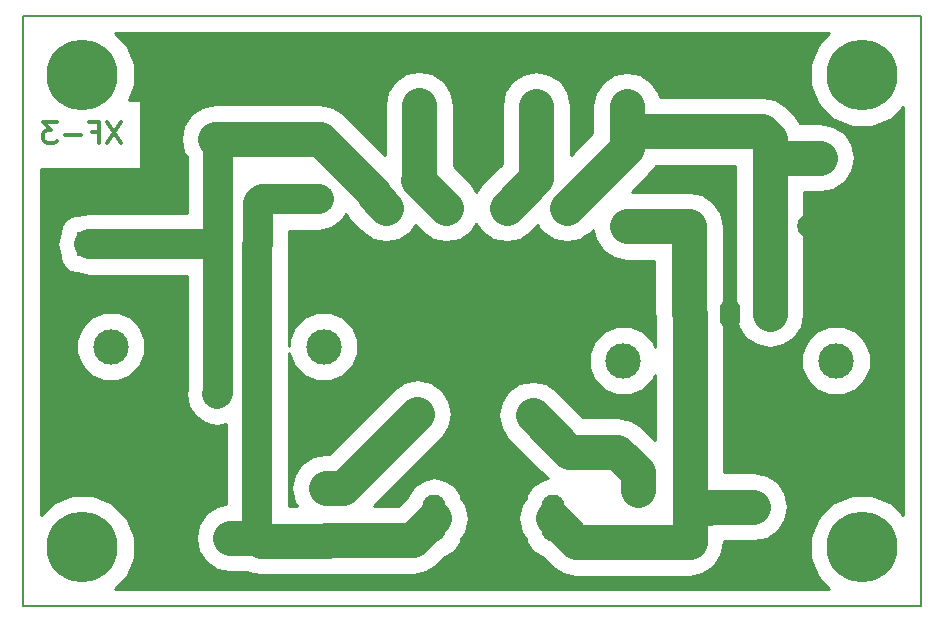
<source format=gbr>
G04 #@! TF.FileFunction,Copper,L2,Bot,Signal*
%FSLAX46Y46*%
G04 Gerber Fmt 4.6, Leading zero omitted, Abs format (unit mm)*
G04 Created by KiCad (PCBNEW 4.0.7+dfsg1-1~bpo9+1) date Tue Mar 20 02:19:58 2018*
%MOMM*%
%LPD*%
G01*
G04 APERTURE LIST*
%ADD10C,0.100000*%
%ADD11C,0.300000*%
%ADD12C,0.150000*%
%ADD13R,2.000000X2.000000*%
%ADD14C,2.000000*%
%ADD15O,1.744980X2.499360*%
%ADD16O,1.747520X2.499360*%
%ADD17C,3.000000*%
%ADD18R,2.000000X1.998980*%
%ADD19R,1.998980X2.000000*%
%ADD20O,1.981200X3.962400*%
%ADD21R,2.100000X2.100000*%
%ADD22C,2.100000*%
%ADD23C,6.000000*%
%ADD24C,3.000000*%
%ADD25C,2.500000*%
%ADD26C,0.250000*%
G04 APERTURE END LIST*
D10*
D11*
X8300857Y-8980286D02*
X7100857Y-10780286D01*
X7100857Y-8980286D02*
X8300857Y-10780286D01*
X5815143Y-9837429D02*
X6415143Y-9837429D01*
X6415143Y-10780286D02*
X6415143Y-8980286D01*
X5558000Y-8980286D01*
X4872286Y-10094571D02*
X3500857Y-10094571D01*
X2815143Y-8980286D02*
X1700857Y-8980286D01*
X2300857Y-9666000D01*
X2043715Y-9666000D01*
X1872286Y-9751714D01*
X1786572Y-9837429D01*
X1700857Y-10008857D01*
X1700857Y-10437429D01*
X1786572Y-10608857D01*
X1872286Y-10694571D01*
X2043715Y-10780286D01*
X2558000Y-10780286D01*
X2729429Y-10694571D01*
X2815143Y-10608857D01*
D12*
X76000000Y0D02*
X76000000Y-50000000D01*
X0Y-50000000D02*
X76000000Y-50000000D01*
X0Y0D02*
X0Y-50000000D01*
X0Y0D02*
X76000000Y0D01*
D13*
X12526000Y-44196000D03*
D14*
X17526000Y-44196000D03*
D15*
X19812000Y-32004000D03*
D16*
X16412000Y-32004000D03*
X13012000Y-32004000D03*
D17*
X25412000Y-28004000D03*
X7412000Y-28004000D03*
D14*
X9690000Y-19350000D03*
D18*
X19850000Y-19350000D03*
D13*
X16508000Y-5466000D03*
D14*
X16508000Y-10466000D03*
D13*
X59908000Y-9766000D03*
D14*
X59908000Y-4766000D03*
D15*
X56400000Y-25210000D03*
D16*
X59800000Y-25210000D03*
X63200000Y-25210000D03*
D17*
X50800000Y-29210000D03*
X68800000Y-29210000D03*
D14*
X66518000Y-17816000D03*
D18*
X56358000Y-17816000D03*
D14*
X51108000Y-17816000D03*
D19*
X51108000Y-7656000D03*
D14*
X25008000Y-15516000D03*
D19*
X25008000Y-5356000D03*
D20*
X43508000Y-8216000D03*
X38508000Y-8216000D03*
X33508000Y-8216000D03*
X34808000Y-42566000D03*
X39808000Y-42566000D03*
X44808000Y-42566000D03*
D21*
X46008000Y-16266000D03*
D22*
X40908000Y-16266000D03*
X30708000Y-16266000D03*
X35808000Y-16266000D03*
D13*
X67458000Y-12016000D03*
D14*
X72458000Y-12016000D03*
D13*
X5550000Y-19350000D03*
D14*
X5550000Y-14350000D03*
D13*
X52058000Y-40016000D03*
D14*
X52058000Y-44416000D03*
D13*
X26308000Y-44666000D03*
D14*
X26308000Y-40266000D03*
X33358000Y-23556000D03*
X33358000Y-33716000D03*
X43108000Y-23656000D03*
X43108000Y-33816000D03*
D13*
X61808000Y-41566000D03*
D14*
X61808000Y-46566000D03*
D23*
X71000000Y-5000000D03*
X71000000Y-45000000D03*
X5000000Y-45000000D03*
X5000000Y-5000000D03*
D24*
X44808000Y-42566000D02*
X46808000Y-44566000D01*
X46808000Y-44566000D02*
X52058000Y-44566000D01*
X56358000Y-17816000D02*
X51108000Y-17816000D01*
X56358000Y-17816000D02*
X56358000Y-25168000D01*
X56358000Y-25168000D02*
X56400000Y-25210000D01*
X56400000Y-44524000D02*
X56400000Y-41666000D01*
X56400000Y-41666000D02*
X56400000Y-25210000D01*
X61808000Y-41566000D02*
X58158000Y-41566000D01*
X58158000Y-41566000D02*
X58058000Y-41666000D01*
X58058000Y-41666000D02*
X56400000Y-41666000D01*
X52058000Y-44566000D02*
X56358000Y-44566000D01*
X56358000Y-44566000D02*
X56400000Y-44524000D01*
X56388000Y-25198000D02*
X56400000Y-25210000D01*
X63200000Y-25210000D02*
X63200000Y-12116000D01*
X63200000Y-12116000D02*
X63200000Y-10408000D01*
X63300000Y-12016000D02*
X63200000Y-12116000D01*
X67458000Y-12016000D02*
X63300000Y-12016000D01*
X63200000Y-10408000D02*
X62558000Y-9766000D01*
X62558000Y-9766000D02*
X59908000Y-9766000D01*
X59908000Y-9766000D02*
X51108000Y-9766000D01*
X51108000Y-11166000D02*
X51108000Y-9766000D01*
X51108000Y-9766000D02*
X51108000Y-7656000D01*
X46008000Y-16266000D02*
X51108000Y-11166000D01*
D25*
X16508000Y-10466000D02*
X16508000Y-19250000D01*
X16508000Y-19250000D02*
X16508000Y-31908000D01*
X9690000Y-19350000D02*
X16408000Y-19350000D01*
X16408000Y-19350000D02*
X16508000Y-19250000D01*
X5550000Y-19350000D02*
X9690000Y-19350000D01*
X16508000Y-31908000D02*
X16412000Y-32004000D01*
D24*
X29664001Y-14978504D02*
X25099497Y-10414000D01*
X30714000Y-16256000D02*
X29664001Y-15206001D01*
X29664001Y-15206001D02*
X29664001Y-14978504D01*
X25099497Y-10414000D02*
X17175238Y-10414000D01*
X17175238Y-10414000D02*
X16256000Y-10414000D01*
X16412000Y-10570000D02*
X16256000Y-10414000D01*
X17526000Y-44196000D02*
X19786000Y-44196000D01*
X19786000Y-44196000D02*
X19812000Y-44170000D01*
D25*
X20184510Y-15516000D02*
X25008000Y-15516000D01*
X19850000Y-19350000D02*
X19850000Y-15850510D01*
X19850000Y-15850510D02*
X20184510Y-15516000D01*
X19812000Y-32004000D02*
X19812000Y-19388000D01*
X19812000Y-19388000D02*
X19850000Y-19350000D01*
X19812000Y-32004000D02*
X19812000Y-35753680D01*
X19812000Y-35753680D02*
X19812000Y-44170000D01*
D24*
X34808000Y-42566000D02*
X32958000Y-44416000D01*
X32958000Y-44416000D02*
X25608000Y-44416000D01*
X20108000Y-44466000D02*
X25808000Y-44466000D01*
X19812000Y-44170000D02*
X20108000Y-44466000D01*
X40908000Y-16266000D02*
X43408000Y-13766000D01*
X43408000Y-13766000D02*
X43408000Y-7616000D01*
X33508000Y-13816000D02*
X33508000Y-7566000D01*
X33408000Y-13866000D02*
X35808000Y-16266000D01*
X50292000Y-36900000D02*
X46192000Y-36900000D01*
X46192000Y-36900000D02*
X43108000Y-33816000D01*
X52058000Y-38666000D02*
X50292000Y-36900000D01*
X52058000Y-40166000D02*
X52058000Y-38666000D01*
X25608000Y-40016000D02*
X27058000Y-40016000D01*
X27058000Y-40016000D02*
X33358000Y-33716000D01*
D26*
G36*
X67250855Y-2490166D02*
X66575770Y-4115952D01*
X66574233Y-5876325D01*
X67246480Y-7503287D01*
X68490166Y-8749145D01*
X70115952Y-9424230D01*
X71876325Y-9425767D01*
X73503287Y-8753520D01*
X74500000Y-7758545D01*
X74500000Y-42242750D01*
X73509834Y-41250855D01*
X71884048Y-40575770D01*
X70123675Y-40574233D01*
X68496713Y-41246480D01*
X67250855Y-42490166D01*
X66575770Y-44115952D01*
X66574233Y-45876325D01*
X67246480Y-47503287D01*
X68241455Y-48500000D01*
X7757250Y-48500000D01*
X8749145Y-47509834D01*
X9424230Y-45884048D01*
X9425767Y-44123675D01*
X8753520Y-42496713D01*
X7509834Y-41250855D01*
X5884048Y-40575770D01*
X4123675Y-40574233D01*
X2496713Y-41246480D01*
X1500000Y-42241455D01*
X1500000Y-28583266D01*
X4486494Y-28583266D01*
X4930860Y-29658715D01*
X5752957Y-30482248D01*
X6827629Y-30928491D01*
X7991266Y-30929506D01*
X9066715Y-30485140D01*
X9890248Y-29663043D01*
X10336491Y-28588371D01*
X10337506Y-27424734D01*
X9893140Y-26349285D01*
X9071043Y-25525752D01*
X7996371Y-25079509D01*
X6832734Y-25078494D01*
X5757285Y-25522860D01*
X4933752Y-26344957D01*
X4487509Y-27419629D01*
X4486494Y-28583266D01*
X1500000Y-28583266D01*
X1500000Y-19350000D01*
X2875000Y-19350000D01*
X3078622Y-20373678D01*
X3110521Y-20421419D01*
X3196447Y-20878073D01*
X3508538Y-21363077D01*
X3984734Y-21688448D01*
X4476382Y-21788009D01*
X4526322Y-21821378D01*
X5550000Y-22025000D01*
X13833000Y-22025000D01*
X13833000Y-31521372D01*
X13736999Y-32004000D01*
X13940622Y-33027678D01*
X14520489Y-33895511D01*
X15388322Y-34475378D01*
X15421322Y-34481942D01*
X15532303Y-34556097D01*
X16412000Y-34731080D01*
X17137000Y-34586868D01*
X17137000Y-41348377D01*
X16406651Y-41493652D01*
X15457713Y-42127713D01*
X14823652Y-43076651D01*
X14601000Y-44196000D01*
X14823652Y-45315349D01*
X15457713Y-46264287D01*
X16406651Y-46898348D01*
X17526000Y-47121000D01*
X18917790Y-47121000D01*
X18988651Y-47168348D01*
X20108000Y-47391000D01*
X25808000Y-47391000D01*
X26059367Y-47341000D01*
X32958000Y-47341000D01*
X34077349Y-47118348D01*
X35026287Y-46484287D01*
X35636428Y-45874146D01*
X35732410Y-45855054D01*
X36516087Y-45331418D01*
X37039723Y-44547741D01*
X37084488Y-44322693D01*
X37510348Y-43685349D01*
X37732999Y-42566000D01*
X37510348Y-41446651D01*
X37084488Y-40809307D01*
X37039723Y-40584259D01*
X36516087Y-39800582D01*
X35732410Y-39276946D01*
X34808000Y-39093069D01*
X33883590Y-39276946D01*
X33099913Y-39800582D01*
X32576277Y-40584259D01*
X32557185Y-40680241D01*
X31746426Y-41491000D01*
X29719574Y-41491000D01*
X35426287Y-35784288D01*
X36060348Y-34835350D01*
X36282999Y-33716000D01*
X36060348Y-32596651D01*
X35426287Y-31647713D01*
X34477349Y-31013652D01*
X33358000Y-30791001D01*
X32238650Y-31013652D01*
X31289712Y-31647713D01*
X25846426Y-37091000D01*
X25608000Y-37091000D01*
X24488651Y-37313652D01*
X23539713Y-37947713D01*
X22905652Y-38896651D01*
X22683000Y-40016000D01*
X22905652Y-41135349D01*
X23176700Y-41541000D01*
X22487000Y-41541000D01*
X22487000Y-28584491D01*
X22930860Y-29658715D01*
X23752957Y-30482248D01*
X24827629Y-30928491D01*
X25991266Y-30929506D01*
X27066715Y-30485140D01*
X27890248Y-29663043D01*
X28336491Y-28588371D01*
X28337506Y-27424734D01*
X27893140Y-26349285D01*
X27071043Y-25525752D01*
X25996371Y-25079509D01*
X24832734Y-25078494D01*
X23757285Y-25522860D01*
X22933752Y-26344957D01*
X22487509Y-27419629D01*
X22487000Y-28003167D01*
X22487000Y-19541039D01*
X22525000Y-19350000D01*
X22525000Y-18191000D01*
X25008000Y-18191000D01*
X26031678Y-17987378D01*
X26899511Y-17407511D01*
X27292121Y-16819929D01*
X27595714Y-17274288D01*
X28645713Y-18324287D01*
X29594651Y-18958348D01*
X30714000Y-19181000D01*
X31833349Y-18958348D01*
X32782287Y-18324287D01*
X33161773Y-17756347D01*
X33739713Y-18334288D01*
X34688651Y-18968348D01*
X35808000Y-19191000D01*
X36927350Y-18968348D01*
X37876288Y-18334288D01*
X38358000Y-17613354D01*
X38839713Y-18334287D01*
X39788651Y-18968348D01*
X40908000Y-19191000D01*
X42027349Y-18968348D01*
X42976287Y-18334287D01*
X43553818Y-17756756D01*
X43601423Y-17828001D01*
X43604447Y-17844073D01*
X43916538Y-18329077D01*
X44392734Y-18654448D01*
X44430231Y-18662041D01*
X44888651Y-18968348D01*
X46008000Y-19191000D01*
X47127349Y-18968348D01*
X47570001Y-18672577D01*
X47586073Y-18669553D01*
X48071077Y-18357462D01*
X48109832Y-18300742D01*
X48251284Y-18159290D01*
X48405652Y-18935349D01*
X49039713Y-19884287D01*
X49988651Y-20518348D01*
X51108000Y-20741000D01*
X53433000Y-20741000D01*
X53433000Y-25168000D01*
X53475000Y-25379149D01*
X53475000Y-28024463D01*
X53281140Y-27555285D01*
X52459043Y-26731752D01*
X51384371Y-26285509D01*
X50220734Y-26284494D01*
X49145285Y-26728860D01*
X48321752Y-27550957D01*
X47875509Y-28625629D01*
X47874494Y-29789266D01*
X48318860Y-30864715D01*
X49140957Y-31688248D01*
X50215629Y-32134491D01*
X51379266Y-32135506D01*
X52454715Y-31691140D01*
X53278248Y-30869043D01*
X53475000Y-30395212D01*
X53475000Y-35946426D01*
X52360287Y-34831713D01*
X51411349Y-34197652D01*
X50292000Y-33975000D01*
X47403575Y-33975000D01*
X45176287Y-31747713D01*
X44227349Y-31113652D01*
X43108000Y-30891000D01*
X41988651Y-31113652D01*
X41039713Y-31747713D01*
X40405652Y-32696651D01*
X40183000Y-33816000D01*
X40405652Y-34935349D01*
X41039713Y-35884287D01*
X44123713Y-38968288D01*
X44424598Y-39169333D01*
X43883590Y-39276946D01*
X43099913Y-39800582D01*
X42576277Y-40584259D01*
X42531512Y-40809307D01*
X42105652Y-41446651D01*
X41883000Y-42566000D01*
X42105652Y-43685349D01*
X42531512Y-44322693D01*
X42576277Y-44547741D01*
X43099913Y-45331418D01*
X43883590Y-45855054D01*
X43979572Y-45874146D01*
X44739713Y-46634287D01*
X45688651Y-47268348D01*
X46808000Y-47491000D01*
X56358000Y-47491000D01*
X57477349Y-47268348D01*
X58426287Y-46634287D01*
X58468287Y-46592287D01*
X59102348Y-45643349D01*
X59325000Y-44524000D01*
X59325000Y-44491000D01*
X61808000Y-44491000D01*
X62927349Y-44268348D01*
X63876287Y-43634287D01*
X64510348Y-42685349D01*
X64733000Y-41566000D01*
X64510348Y-40446651D01*
X63876287Y-39497713D01*
X62927349Y-38863652D01*
X61808000Y-38641000D01*
X59325000Y-38641000D01*
X59325000Y-29789266D01*
X65874494Y-29789266D01*
X66318860Y-30864715D01*
X67140957Y-31688248D01*
X68215629Y-32134491D01*
X69379266Y-32135506D01*
X70454715Y-31691140D01*
X71278248Y-30869043D01*
X71724491Y-29794371D01*
X71725506Y-28630734D01*
X71281140Y-27555285D01*
X70459043Y-26731752D01*
X69384371Y-26285509D01*
X68220734Y-26284494D01*
X67145285Y-26728860D01*
X66321752Y-27550957D01*
X65875509Y-28625629D01*
X65874494Y-29789266D01*
X59325000Y-29789266D01*
X59325000Y-25210000D01*
X59283000Y-24998851D01*
X59283000Y-17816000D01*
X59060348Y-16696651D01*
X58426287Y-15747713D01*
X57477349Y-15113652D01*
X56358000Y-14891000D01*
X51519574Y-14891000D01*
X53176287Y-13234287D01*
X53539300Y-12691000D01*
X60275000Y-12691000D01*
X60275000Y-25210000D01*
X60497652Y-26329349D01*
X61131713Y-27278287D01*
X62080651Y-27912348D01*
X63200000Y-28135000D01*
X64319349Y-27912348D01*
X65268287Y-27278287D01*
X65902348Y-26329349D01*
X66125000Y-25210000D01*
X66125000Y-14941000D01*
X67458000Y-14941000D01*
X68577349Y-14718348D01*
X69526287Y-14084287D01*
X70160348Y-13135349D01*
X70383000Y-12016000D01*
X70160348Y-10896651D01*
X69526287Y-9947713D01*
X68577349Y-9313652D01*
X67458000Y-9091000D01*
X65770282Y-9091000D01*
X65268287Y-8339713D01*
X64626287Y-7697713D01*
X63677349Y-7063652D01*
X62558000Y-6841000D01*
X53870887Y-6841000D01*
X53810348Y-6536651D01*
X53176287Y-5587713D01*
X52227349Y-4953652D01*
X51108000Y-4731000D01*
X49988651Y-4953652D01*
X49039713Y-5587713D01*
X48405652Y-6536651D01*
X48183000Y-7656000D01*
X48183000Y-9954426D01*
X46333000Y-11804426D01*
X46333000Y-7616000D01*
X46110348Y-6496651D01*
X45476287Y-5547713D01*
X44527349Y-4913652D01*
X43408000Y-4691000D01*
X42288651Y-4913652D01*
X41339713Y-5547713D01*
X40705652Y-6496651D01*
X40483000Y-7616000D01*
X40483000Y-12554426D01*
X38839713Y-14197713D01*
X38358000Y-14918646D01*
X37876288Y-14197713D01*
X36433000Y-12754426D01*
X36433000Y-7566000D01*
X36210348Y-6446651D01*
X35576287Y-5497713D01*
X34627349Y-4863652D01*
X33508000Y-4641000D01*
X32388651Y-4863652D01*
X31439713Y-5497713D01*
X30805652Y-6446651D01*
X30583000Y-7566000D01*
X30583000Y-11760928D01*
X27167784Y-8345713D01*
X26218846Y-7711652D01*
X25099497Y-7489000D01*
X16256000Y-7489000D01*
X15136651Y-7711652D01*
X14187713Y-8345713D01*
X13553652Y-9294651D01*
X13331000Y-10414000D01*
X13553652Y-11533349D01*
X13833000Y-11951422D01*
X13833000Y-16675000D01*
X5550000Y-16675000D01*
X4526322Y-16878622D01*
X4478581Y-16910521D01*
X4021927Y-16996447D01*
X3536923Y-17308538D01*
X3211552Y-17784734D01*
X3111991Y-18276382D01*
X3078622Y-18326322D01*
X2875000Y-19350000D01*
X1500000Y-19350000D01*
X1500000Y-12981000D01*
X9983000Y-12981000D01*
X9983000Y-7131000D01*
X8906451Y-7131000D01*
X9424230Y-5884048D01*
X9425767Y-4123675D01*
X8753520Y-2496713D01*
X7758545Y-1500000D01*
X68242750Y-1500000D01*
X67250855Y-2490166D01*
X67250855Y-2490166D01*
G37*
X67250855Y-2490166D02*
X66575770Y-4115952D01*
X66574233Y-5876325D01*
X67246480Y-7503287D01*
X68490166Y-8749145D01*
X70115952Y-9424230D01*
X71876325Y-9425767D01*
X73503287Y-8753520D01*
X74500000Y-7758545D01*
X74500000Y-42242750D01*
X73509834Y-41250855D01*
X71884048Y-40575770D01*
X70123675Y-40574233D01*
X68496713Y-41246480D01*
X67250855Y-42490166D01*
X66575770Y-44115952D01*
X66574233Y-45876325D01*
X67246480Y-47503287D01*
X68241455Y-48500000D01*
X7757250Y-48500000D01*
X8749145Y-47509834D01*
X9424230Y-45884048D01*
X9425767Y-44123675D01*
X8753520Y-42496713D01*
X7509834Y-41250855D01*
X5884048Y-40575770D01*
X4123675Y-40574233D01*
X2496713Y-41246480D01*
X1500000Y-42241455D01*
X1500000Y-28583266D01*
X4486494Y-28583266D01*
X4930860Y-29658715D01*
X5752957Y-30482248D01*
X6827629Y-30928491D01*
X7991266Y-30929506D01*
X9066715Y-30485140D01*
X9890248Y-29663043D01*
X10336491Y-28588371D01*
X10337506Y-27424734D01*
X9893140Y-26349285D01*
X9071043Y-25525752D01*
X7996371Y-25079509D01*
X6832734Y-25078494D01*
X5757285Y-25522860D01*
X4933752Y-26344957D01*
X4487509Y-27419629D01*
X4486494Y-28583266D01*
X1500000Y-28583266D01*
X1500000Y-19350000D01*
X2875000Y-19350000D01*
X3078622Y-20373678D01*
X3110521Y-20421419D01*
X3196447Y-20878073D01*
X3508538Y-21363077D01*
X3984734Y-21688448D01*
X4476382Y-21788009D01*
X4526322Y-21821378D01*
X5550000Y-22025000D01*
X13833000Y-22025000D01*
X13833000Y-31521372D01*
X13736999Y-32004000D01*
X13940622Y-33027678D01*
X14520489Y-33895511D01*
X15388322Y-34475378D01*
X15421322Y-34481942D01*
X15532303Y-34556097D01*
X16412000Y-34731080D01*
X17137000Y-34586868D01*
X17137000Y-41348377D01*
X16406651Y-41493652D01*
X15457713Y-42127713D01*
X14823652Y-43076651D01*
X14601000Y-44196000D01*
X14823652Y-45315349D01*
X15457713Y-46264287D01*
X16406651Y-46898348D01*
X17526000Y-47121000D01*
X18917790Y-47121000D01*
X18988651Y-47168348D01*
X20108000Y-47391000D01*
X25808000Y-47391000D01*
X26059367Y-47341000D01*
X32958000Y-47341000D01*
X34077349Y-47118348D01*
X35026287Y-46484287D01*
X35636428Y-45874146D01*
X35732410Y-45855054D01*
X36516087Y-45331418D01*
X37039723Y-44547741D01*
X37084488Y-44322693D01*
X37510348Y-43685349D01*
X37732999Y-42566000D01*
X37510348Y-41446651D01*
X37084488Y-40809307D01*
X37039723Y-40584259D01*
X36516087Y-39800582D01*
X35732410Y-39276946D01*
X34808000Y-39093069D01*
X33883590Y-39276946D01*
X33099913Y-39800582D01*
X32576277Y-40584259D01*
X32557185Y-40680241D01*
X31746426Y-41491000D01*
X29719574Y-41491000D01*
X35426287Y-35784288D01*
X36060348Y-34835350D01*
X36282999Y-33716000D01*
X36060348Y-32596651D01*
X35426287Y-31647713D01*
X34477349Y-31013652D01*
X33358000Y-30791001D01*
X32238650Y-31013652D01*
X31289712Y-31647713D01*
X25846426Y-37091000D01*
X25608000Y-37091000D01*
X24488651Y-37313652D01*
X23539713Y-37947713D01*
X22905652Y-38896651D01*
X22683000Y-40016000D01*
X22905652Y-41135349D01*
X23176700Y-41541000D01*
X22487000Y-41541000D01*
X22487000Y-28584491D01*
X22930860Y-29658715D01*
X23752957Y-30482248D01*
X24827629Y-30928491D01*
X25991266Y-30929506D01*
X27066715Y-30485140D01*
X27890248Y-29663043D01*
X28336491Y-28588371D01*
X28337506Y-27424734D01*
X27893140Y-26349285D01*
X27071043Y-25525752D01*
X25996371Y-25079509D01*
X24832734Y-25078494D01*
X23757285Y-25522860D01*
X22933752Y-26344957D01*
X22487509Y-27419629D01*
X22487000Y-28003167D01*
X22487000Y-19541039D01*
X22525000Y-19350000D01*
X22525000Y-18191000D01*
X25008000Y-18191000D01*
X26031678Y-17987378D01*
X26899511Y-17407511D01*
X27292121Y-16819929D01*
X27595714Y-17274288D01*
X28645713Y-18324287D01*
X29594651Y-18958348D01*
X30714000Y-19181000D01*
X31833349Y-18958348D01*
X32782287Y-18324287D01*
X33161773Y-17756347D01*
X33739713Y-18334288D01*
X34688651Y-18968348D01*
X35808000Y-19191000D01*
X36927350Y-18968348D01*
X37876288Y-18334288D01*
X38358000Y-17613354D01*
X38839713Y-18334287D01*
X39788651Y-18968348D01*
X40908000Y-19191000D01*
X42027349Y-18968348D01*
X42976287Y-18334287D01*
X43553818Y-17756756D01*
X43601423Y-17828001D01*
X43604447Y-17844073D01*
X43916538Y-18329077D01*
X44392734Y-18654448D01*
X44430231Y-18662041D01*
X44888651Y-18968348D01*
X46008000Y-19191000D01*
X47127349Y-18968348D01*
X47570001Y-18672577D01*
X47586073Y-18669553D01*
X48071077Y-18357462D01*
X48109832Y-18300742D01*
X48251284Y-18159290D01*
X48405652Y-18935349D01*
X49039713Y-19884287D01*
X49988651Y-20518348D01*
X51108000Y-20741000D01*
X53433000Y-20741000D01*
X53433000Y-25168000D01*
X53475000Y-25379149D01*
X53475000Y-28024463D01*
X53281140Y-27555285D01*
X52459043Y-26731752D01*
X51384371Y-26285509D01*
X50220734Y-26284494D01*
X49145285Y-26728860D01*
X48321752Y-27550957D01*
X47875509Y-28625629D01*
X47874494Y-29789266D01*
X48318860Y-30864715D01*
X49140957Y-31688248D01*
X50215629Y-32134491D01*
X51379266Y-32135506D01*
X52454715Y-31691140D01*
X53278248Y-30869043D01*
X53475000Y-30395212D01*
X53475000Y-35946426D01*
X52360287Y-34831713D01*
X51411349Y-34197652D01*
X50292000Y-33975000D01*
X47403575Y-33975000D01*
X45176287Y-31747713D01*
X44227349Y-31113652D01*
X43108000Y-30891000D01*
X41988651Y-31113652D01*
X41039713Y-31747713D01*
X40405652Y-32696651D01*
X40183000Y-33816000D01*
X40405652Y-34935349D01*
X41039713Y-35884287D01*
X44123713Y-38968288D01*
X44424598Y-39169333D01*
X43883590Y-39276946D01*
X43099913Y-39800582D01*
X42576277Y-40584259D01*
X42531512Y-40809307D01*
X42105652Y-41446651D01*
X41883000Y-42566000D01*
X42105652Y-43685349D01*
X42531512Y-44322693D01*
X42576277Y-44547741D01*
X43099913Y-45331418D01*
X43883590Y-45855054D01*
X43979572Y-45874146D01*
X44739713Y-46634287D01*
X45688651Y-47268348D01*
X46808000Y-47491000D01*
X56358000Y-47491000D01*
X57477349Y-47268348D01*
X58426287Y-46634287D01*
X58468287Y-46592287D01*
X59102348Y-45643349D01*
X59325000Y-44524000D01*
X59325000Y-44491000D01*
X61808000Y-44491000D01*
X62927349Y-44268348D01*
X63876287Y-43634287D01*
X64510348Y-42685349D01*
X64733000Y-41566000D01*
X64510348Y-40446651D01*
X63876287Y-39497713D01*
X62927349Y-38863652D01*
X61808000Y-38641000D01*
X59325000Y-38641000D01*
X59325000Y-29789266D01*
X65874494Y-29789266D01*
X66318860Y-30864715D01*
X67140957Y-31688248D01*
X68215629Y-32134491D01*
X69379266Y-32135506D01*
X70454715Y-31691140D01*
X71278248Y-30869043D01*
X71724491Y-29794371D01*
X71725506Y-28630734D01*
X71281140Y-27555285D01*
X70459043Y-26731752D01*
X69384371Y-26285509D01*
X68220734Y-26284494D01*
X67145285Y-26728860D01*
X66321752Y-27550957D01*
X65875509Y-28625629D01*
X65874494Y-29789266D01*
X59325000Y-29789266D01*
X59325000Y-25210000D01*
X59283000Y-24998851D01*
X59283000Y-17816000D01*
X59060348Y-16696651D01*
X58426287Y-15747713D01*
X57477349Y-15113652D01*
X56358000Y-14891000D01*
X51519574Y-14891000D01*
X53176287Y-13234287D01*
X53539300Y-12691000D01*
X60275000Y-12691000D01*
X60275000Y-25210000D01*
X60497652Y-26329349D01*
X61131713Y-27278287D01*
X62080651Y-27912348D01*
X63200000Y-28135000D01*
X64319349Y-27912348D01*
X65268287Y-27278287D01*
X65902348Y-26329349D01*
X66125000Y-25210000D01*
X66125000Y-14941000D01*
X67458000Y-14941000D01*
X68577349Y-14718348D01*
X69526287Y-14084287D01*
X70160348Y-13135349D01*
X70383000Y-12016000D01*
X70160348Y-10896651D01*
X69526287Y-9947713D01*
X68577349Y-9313652D01*
X67458000Y-9091000D01*
X65770282Y-9091000D01*
X65268287Y-8339713D01*
X64626287Y-7697713D01*
X63677349Y-7063652D01*
X62558000Y-6841000D01*
X53870887Y-6841000D01*
X53810348Y-6536651D01*
X53176287Y-5587713D01*
X52227349Y-4953652D01*
X51108000Y-4731000D01*
X49988651Y-4953652D01*
X49039713Y-5587713D01*
X48405652Y-6536651D01*
X48183000Y-7656000D01*
X48183000Y-9954426D01*
X46333000Y-11804426D01*
X46333000Y-7616000D01*
X46110348Y-6496651D01*
X45476287Y-5547713D01*
X44527349Y-4913652D01*
X43408000Y-4691000D01*
X42288651Y-4913652D01*
X41339713Y-5547713D01*
X40705652Y-6496651D01*
X40483000Y-7616000D01*
X40483000Y-12554426D01*
X38839713Y-14197713D01*
X38358000Y-14918646D01*
X37876288Y-14197713D01*
X36433000Y-12754426D01*
X36433000Y-7566000D01*
X36210348Y-6446651D01*
X35576287Y-5497713D01*
X34627349Y-4863652D01*
X33508000Y-4641000D01*
X32388651Y-4863652D01*
X31439713Y-5497713D01*
X30805652Y-6446651D01*
X30583000Y-7566000D01*
X30583000Y-11760928D01*
X27167784Y-8345713D01*
X26218846Y-7711652D01*
X25099497Y-7489000D01*
X16256000Y-7489000D01*
X15136651Y-7711652D01*
X14187713Y-8345713D01*
X13553652Y-9294651D01*
X13331000Y-10414000D01*
X13553652Y-11533349D01*
X13833000Y-11951422D01*
X13833000Y-16675000D01*
X5550000Y-16675000D01*
X4526322Y-16878622D01*
X4478581Y-16910521D01*
X4021927Y-16996447D01*
X3536923Y-17308538D01*
X3211552Y-17784734D01*
X3111991Y-18276382D01*
X3078622Y-18326322D01*
X2875000Y-19350000D01*
X1500000Y-19350000D01*
X1500000Y-12981000D01*
X9983000Y-12981000D01*
X9983000Y-7131000D01*
X8906451Y-7131000D01*
X9424230Y-5884048D01*
X9425767Y-4123675D01*
X8753520Y-2496713D01*
X7758545Y-1500000D01*
X68242750Y-1500000D01*
X67250855Y-2490166D01*
M02*

</source>
